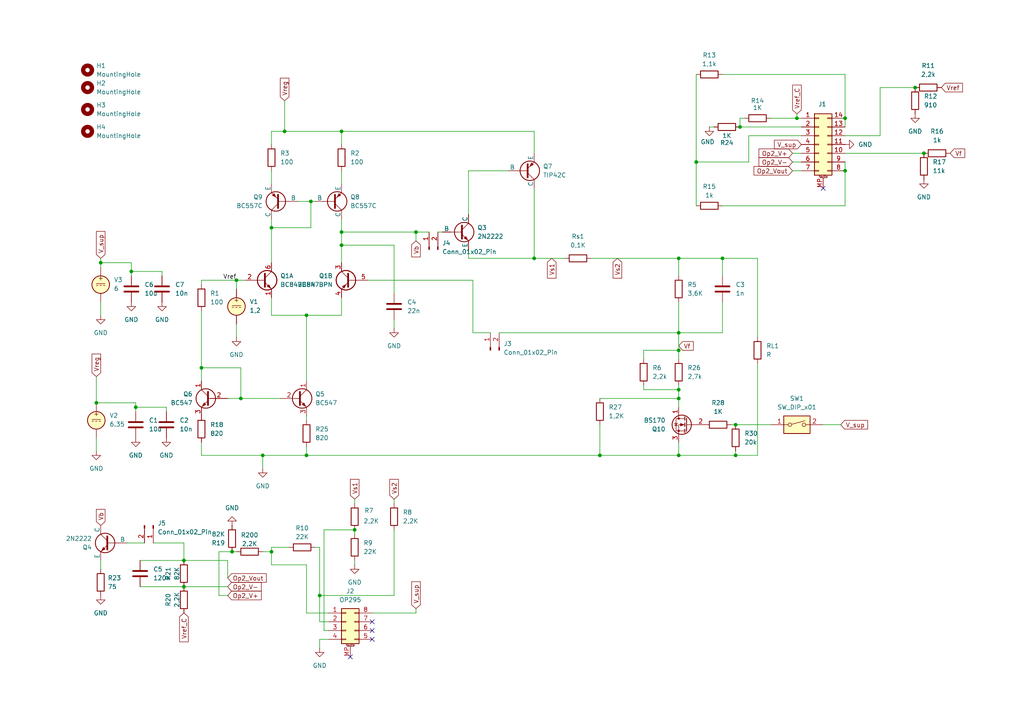
<source format=kicad_sch>
(kicad_sch (version 20231120) (generator "eeschema") (generator_version "8.0")
  (paper "A4")
  (lib_symbols
    (symbol "Connector:Conn_01x02_Pin" (pin_names (offset 1.016) hide)
      (property "Reference" "J" (at 0 2.54 0))
      (property "Value" "Conn_01x02_Pin" (at 0 -5.08 0))
      (symbol "Conn_01x02_Pin_1_1"
        (pin passive line (at 5.08 0 180) (length 3.81) (name "Pin_1") (number "1"))
        (pin passive line (at 5.08 -2.54 180) (length 3.81) (name "Pin_2") (number "2"))
      )
    )
    (symbol "Connector_Generic_MountingPin:Conn_02x04_Counter_Clockwise_MountingPin" (pin_names (offset 1.016) hide)
      (property "Reference" "J" (at 1.27 5.08 0))
      (property "Value" "Conn_02x04_Counter_Clockwise_MountingPin" (at 2.54 -7.62 0))
      (symbol "Conn_02x04_Counter_Clockwise_MountingPin_1_1"
        (text "Mounting" (at 1.27 -6.731 0) (effects (font (size 0.381 0.381))))
        (pin passive line (at -5.08 2.54 0) (length 3.81) (name "Pin_1") (number "1"))
        (pin passive line (at -5.08 0 0) (length 3.81) (name "Pin_2") (number "2"))
        (pin passive line (at -5.08 -2.54 0) (length 3.81) (name "Pin_3") (number "3"))
        (pin passive line (at -5.08 -5.08 0) (length 3.81) (name "Pin_4") (number "4"))
        (pin passive line (at 7.62 -5.08 180) (length 3.81) (name "Pin_5") (number "5"))
        (pin passive line (at 7.62 -2.54 180) (length 3.81) (name "Pin_6") (number "6"))
        (pin passive line (at 7.62 0 180) (length 3.81) (name "Pin_7") (number "7"))
        (pin passive line (at 7.62 2.54 180) (length 3.81) (name "Pin_8") (number "8"))
        (pin passive line (at 1.27 -10.16 90) (length 3.048) (name "MountPin") (number "MP"))
      )
    )
    (symbol "Connector_Generic_MountingPin:Conn_02x07_Counter_Clockwise_MountingPin" (pin_names (offset 1.016) hide)
      (property "Reference" "J" (at 1.27 10.16 0))
      (property "Value" "Conn_02x07_Counter_Clockwise_MountingPin" (at 2.54 -10.16 0))
      (symbol "Conn_02x07_Counter_Clockwise_MountingPin_1_1"
        (text "Mounting" (at 1.27 -9.271 0) (effects (font (size 0.381 0.381))))
        (pin passive line (at -5.08 7.62 0) (length 3.81) (name "Pin_1") (number "1"))
        (pin passive line (at 7.62 -2.54 180) (length 3.81) (name "Pin_10") (number "10"))
        (pin passive line (at 7.62 0 180) (length 3.81) (name "Pin_11") (number "11"))
        (pin passive line (at 7.62 2.54 180) (length 3.81) (name "Pin_12") (number "12"))
        (pin passive line (at 7.62 5.08 180) (length 3.81) (name "Pin_13") (number "13"))
        (pin passive line (at 7.62 7.62 180) (length 3.81) (name "Pin_14") (number "14"))
        (pin passive line (at -5.08 5.08 0) (length 3.81) (name "Pin_2") (number "2"))
        (pin passive line (at -5.08 2.54 0) (length 3.81) (name "Pin_3") (number "3"))
        (pin passive line (at -5.08 0 0) (length 3.81) (name "Pin_4") (number "4"))
        (pin passive line (at -5.08 -2.54 0) (length 3.81) (name "Pin_5") (number "5"))
        (pin passive line (at -5.08 -5.08 0) (length 3.81) (name "Pin_6") (number "6"))
        (pin passive line (at -5.08 -7.62 0) (length 3.81) (name "Pin_7") (number "7"))
        (pin passive line (at 7.62 -7.62 180) (length 3.81) (name "Pin_8") (number "8"))
        (pin passive line (at 7.62 -5.08 180) (length 3.81) (name "Pin_9") (number "9"))
        (pin passive line (at 1.27 -12.7 90) (length 3.048) (name "MountPin") (number "MP"))
      )
    )
    (symbol "Device:C" (pin_numbers hide) (pin_names (offset 0.254))
      (property "Reference" "C" (at 0.635 2.54 0))
      (property "Value" "C" (at 0.635 -2.54 0))
      (symbol "C_1_1"
        (pin passive line (at 0 3.81 270) (length 2.794) (name "~") (number "1"))
        (pin passive line (at 0 -3.81 90) (length 2.794) (name "~") (number "2"))
      )
    )
    (symbol "Device:R" (pin_numbers hide) (pin_names (offset 0))
      (property "Reference" "R" (at 2.032 0 90))
      (property "Value" "R" (at 0 0 90))
      (symbol "R_1_1"
        (pin passive line (at 0 3.81 270) (length 1.27) (name "~") (number "1"))
        (pin passive line (at 0 -3.81 90) (length 1.27) (name "~") (number "2"))
      )
    )
    (symbol "Mechanical:MountingHole" (pin_names (offset 1.016))
      (property "Reference" "H" (at 0 5.08 0))
      (property "Value" "MountingHole" (at 0 3.175 0))
    )
    (symbol "Simulation_SPICE:NPN" (pin_numbers hide) (pin_names (offset 0))
      (property "Reference" "Q" (at -2.54 7.62 0))
      (property "Value" "NPN" (at -2.54 5.08 0))
      (symbol "NPN_1_1"
        (pin open_collector line (at 2.54 5.08 270) (length 2.54) (name "C") (number "1"))
        (pin input line (at -5.08 0 0) (length 2.54) (name "B") (number "2"))
        (pin open_emitter line (at 2.54 -5.08 90) (length 2.54) (name "E") (number "3"))
      )
    )
    (symbol "Simulation_SPICE:PNP" (pin_numbers hide) (pin_names (offset 0))
      (property "Reference" "Q" (at -2.54 7.62 0))
      (property "Value" "PNP" (at -2.54 5.08 0))
      (symbol "PNP_1_1"
        (pin open_collector line (at 2.54 5.08 270) (length 2.54) (name "C") (number "1"))
        (pin input line (at -5.08 0 0) (length 2.54) (name "B") (number "2"))
        (pin open_emitter line (at 2.54 -5.08 90) (length 2.54) (name "E") (number "3"))
      )
    )
    (symbol "Simulation_SPICE:VDC" (pin_numbers hide) (pin_names (offset 0.0254))
      (property "Reference" "V" (at 2.54 2.54 0))
      (property "Value" "1" (at 2.54 0 0))
      (symbol "VDC_0_0"
        (text "+" (at 0 1.905 0) (effects (font (size 1.27 1.27))))
      )
      (symbol "VDC_1_1"
        (pin passive line (at 0 5.08 270) (length 2.54) (name "~") (number "1"))
        (pin passive line (at 0 -5.08 90) (length 2.54) (name "~") (number "2"))
      )
    )
    (symbol "Switch:SW_DIP_x01" (pin_names (offset 0) hide)
      (property "Reference" "SW" (at 0 3.81 0))
      (property "Value" "SW_DIP_x01" (at 0 -3.81 0))
      (symbol "SW_DIP_x01_1_1"
        (pin passive line (at -7.62 0 0) (length 5.08) (name "~") (number "1"))
        (pin passive line (at 7.62 0 180) (length 5.08) (name "~") (number "2"))
      )
    )
    (symbol "Transistor_BJT:BC547" (pin_names (offset 0) hide)
      (property "Reference" "Q" (at 5.08 1.905 0))
      (property "Value" "BC547" (at 5.08 0 0))
      (symbol "BC547_1_1"
        (pin passive line (at 2.54 5.08 270) (length 2.54) (name "C") (number "1"))
        (pin input line (at -5.08 0 0) (length 5.08) (name "B") (number "2"))
        (pin passive line (at 2.54 -5.08 90) (length 2.54) (name "E") (number "3"))
      )
    )
    (symbol "Transistor_BJT:BC847BPN" (pin_names (offset 0) hide)
      (property "Reference" "Q" (at 5.08 1.27 0))
      (property "Value" "BC847BPN" (at 5.08 -1.27 0))
      (symbol "BC847BPN_1_1"
        (pin passive line (at 2.54 -5.08 90) (length 2.54) (name "E1") (number "1"))
        (pin input line (at -5.08 0 0) (length 2.54) (name "B1") (number "2"))
        (pin passive line (at 2.54 5.08 270) (length 2.54) (name "C1") (number "6"))
      )
      (symbol "BC847BPN_2_1"
        (pin passive line (at 2.54 5.08 270) (length 2.54) (name "C2") (number "3"))
        (pin passive line (at 2.54 -5.08 90) (length 2.54) (name "E2") (number "4"))
        (pin input line (at -5.08 0 0) (length 2.54) (name "B2") (number "5"))
      )
    )
    (symbol "Transistor_FET:BS170" (pin_names hide)
      (property "Reference" "Q" (at 5.08 1.905 0))
      (property "Value" "BS170" (at 5.08 0 0))
      (symbol "BS170_1_1"
        (pin passive line (at 2.54 5.08 270) (length 2.54) (name "D") (number "1"))
        (pin input line (at -5.08 0 0) (length 2.54) (name "G") (number "2"))
        (pin passive line (at 2.54 -5.08 90) (length 2.54) (name "S") (number "3"))
      )
    )
    (symbol "power:GND" (power) (pin_numbers hide) (pin_names (offset 0) hide)
      (property "Value" "GND" (at 0 -3.81 0))
      (symbol "GND_1_1"
        (pin power_in line (at 0 0 270) (length 0) (name "~") (number "1"))
      )
    )
  )
  (junction (at 213.36 123.19))
  (junction (at 88.9 132.08))
  (junction (at 154.94 74.93))
  (junction (at 53.34 162.56))
  (junction (at 196.85 115.57))
  (junction (at 29.21 76.2))
  (junction (at 173.99 132.08))
  (junction (at 102.87 153.67))
  (junction (at 53.34 170.18))
  (junction (at 67.31 160.02))
  (junction (at 196.85 113.03))
  (junction (at 245.11 49.53))
  (junction (at 82.55 38.1))
  (junction (at 58.42 106.68))
  (junction (at 38.1 78.74))
  (junction (at 196.85 74.93))
  (junction (at 76.2 132.08))
  (junction (at 213.36 132.08))
  (junction (at 92.71 172.72))
  (junction (at 78.74 160.02))
  (junction (at 99.06 71.12))
  (junction (at 231.14 34.29))
  (junction (at 68.58 81.28))
  (junction (at 120.65 67.31))
  (junction (at 88.9 91.44))
  (junction (at 209.55 74.93))
  (junction (at 99.06 38.1))
  (junction (at 201.93 46.99))
  (junction (at 196.85 101.6))
  (junction (at 78.74 66.04))
  (junction (at 245.11 34.29))
  (junction (at 69.85 115.57))
  (junction (at 265.43 25.4))
  (junction (at 39.37 118.11))
  (junction (at 99.06 67.31))
  (junction (at 214.63 36.83))
  (junction (at 267.97 44.45))
  (junction (at 90.17 58.42))
  (junction (at 196.85 132.08))
  (junction (at 27.94 116.84))
  (junction (at 196.85 96.52))
  (no_connect (at 101.6 190.5))
  (no_connect (at 107.95 182.88))
  (no_connect (at 107.95 185.42))
  (no_connect (at 238.76 54.61))
  (no_connect (at 107.95 180.34))
  (wire (pts (xy 66.04 167.64) (xy 66.04 162.56)))
  (wire (pts (xy 29.21 165.1) (xy 29.21 162.56)))
  (wire (pts (xy 186.69 111.76) (xy 186.69 113.03)))
  (wire (pts (xy 232.41 39.37) (xy 217.17 39.37)))
  (wire (pts (xy 196.85 113.03) (xy 196.85 115.57)))
  (wire (pts (xy 99.06 38.1) (xy 154.94 38.1)))
  (wire (pts (xy 212.09 123.19) (xy 213.36 123.19)))
  (wire (pts (xy 120.65 176.53) (xy 120.65 177.8)))
  (wire (pts (xy 102.87 162.56) (xy 102.87 163.83)))
  (wire (pts (xy 137.16 81.28) (xy 137.16 96.52)))
  (wire (pts (xy 196.85 74.93) (xy 209.55 74.93)))
  (wire (pts (xy 88.9 177.8) (xy 88.9 163.83)))
  (wire (pts (xy 58.42 81.28) (xy 68.58 81.28)))
  (wire (pts (xy 186.69 104.14) (xy 186.69 101.6)))
  (wire (pts (xy 231.14 33.02) (xy 231.14 34.29)))
  (wire (pts (xy 213.36 132.08) (xy 219.71 132.08)))
  (wire (pts (xy 114.3 92.71) (xy 114.3 95.25)))
  (wire (pts (xy 38.1 76.2) (xy 38.1 78.74)))
  (wire (pts (xy 29.21 87.63) (xy 29.21 91.44)))
  (wire (pts (xy 39.37 118.11) (xy 39.37 119.38)))
  (wire (pts (xy 196.85 132.08) (xy 213.36 132.08)))
  (wire (pts (xy 201.93 21.59) (xy 201.93 46.99)))
  (wire (pts (xy 219.71 105.41) (xy 219.71 132.08)))
  (wire (pts (xy 173.99 115.57) (xy 196.85 115.57)))
  (wire (pts (xy 201.93 46.99) (xy 201.93 59.69)))
  (wire (pts (xy 88.9 110.49) (xy 88.9 91.44)))
  (wire (pts (xy 90.17 58.42) (xy 91.44 58.42)))
  (wire (pts (xy 82.55 29.21) (xy 82.55 38.1)))
  (wire (pts (xy 93.98 153.67) (xy 93.98 182.88)))
  (wire (pts (xy 69.85 115.57) (xy 69.85 106.68)))
  (wire (pts (xy 88.9 120.65) (xy 88.9 121.92)))
  (wire (pts (xy 91.44 158.75) (xy 92.71 158.75)))
  (wire (pts (xy 238.76 123.19) (xy 243.84 123.19)))
  (wire (pts (xy 66.04 162.56) (xy 53.34 162.56)))
  (wire (pts (xy 120.65 177.8) (xy 107.95 177.8)))
  (wire (pts (xy 76.2 132.08) (xy 88.9 132.08)))
  (wire (pts (xy 44.45 157.48) (xy 53.34 157.48)))
  (wire (pts (xy 95.25 177.8) (xy 88.9 177.8)))
  (wire (pts (xy 154.94 44.45) (xy 154.94 38.1)))
  (wire (pts (xy 27.94 116.84) (xy 39.37 116.84)))
  (wire (pts (xy 209.55 59.69) (xy 245.11 59.69)))
  (wire (pts (xy 46.99 78.74) (xy 46.99 80.01)))
  (wire (pts (xy 58.42 106.68) (xy 58.42 110.49)))
  (wire (pts (xy 196.85 115.57) (xy 196.85 118.11)))
  (wire (pts (xy 245.11 39.37) (xy 255.27 39.37)))
  (wire (pts (xy 173.99 123.19) (xy 173.99 132.08)))
  (wire (pts (xy 245.11 46.99) (xy 245.11 49.53)))
  (wire (pts (xy 92.71 187.96) (xy 92.71 185.42)))
  (wire (pts (xy 40.64 162.56) (xy 53.34 162.56)))
  (wire (pts (xy 67.31 160.02) (xy 68.58 160.02)))
  (wire (pts (xy 82.55 38.1) (xy 99.06 38.1)))
  (wire (pts (xy 29.21 76.2) (xy 29.21 77.47)))
  (wire (pts (xy 201.93 46.99) (xy 217.17 46.99)))
  (wire (pts (xy 29.21 74.93) (xy 29.21 76.2)))
  (wire (pts (xy 196.85 128.27) (xy 196.85 132.08)))
  (wire (pts (xy 171.45 74.93) (xy 196.85 74.93)))
  (wire (pts (xy 93.98 182.88) (xy 95.25 182.88)))
  (wire (pts (xy 231.14 34.29) (xy 232.41 34.29)))
  (wire (pts (xy 209.55 96.52) (xy 196.85 96.52)))
  (wire (pts (xy 78.74 86.36) (xy 78.74 91.44)))
  (wire (pts (xy 92.71 185.42) (xy 95.25 185.42)))
  (wire (pts (xy 78.74 160.02) (xy 78.74 163.83)))
  (wire (pts (xy 205.74 36.83) (xy 207.01 36.83)))
  (wire (pts (xy 102.87 153.67) (xy 102.87 154.94)))
  (wire (pts (xy 58.42 82.55) (xy 58.42 81.28)))
  (wire (pts (xy 106.68 81.28) (xy 137.16 81.28)))
  (wire (pts (xy 209.55 74.93) (xy 209.55 80.01)))
  (wire (pts (xy 186.69 113.03) (xy 196.85 113.03)))
  (wire (pts (xy 196.85 87.63) (xy 196.85 96.52)))
  (wire (pts (xy 68.58 93.98) (xy 68.58 97.79)))
  (wire (pts (xy 95.25 180.34) (xy 92.71 180.34)))
  (wire (pts (xy 135.89 72.39) (xy 135.89 74.93)))
  (wire (pts (xy 196.85 111.76) (xy 196.85 113.03)))
  (wire (pts (xy 39.37 118.11) (xy 48.26 118.11)))
  (wire (pts (xy 229.87 49.53) (xy 232.41 49.53)))
  (wire (pts (xy 223.52 34.29) (xy 231.14 34.29)))
  (wire (pts (xy 27.94 109.22) (xy 27.94 116.84)))
  (wire (pts (xy 78.74 63.5) (xy 78.74 66.04)))
  (wire (pts (xy 219.71 74.93) (xy 219.71 97.79)))
  (wire (pts (xy 27.94 127) (xy 27.94 130.81)))
  (wire (pts (xy 88.9 132.08) (xy 173.99 132.08)))
  (wire (pts (xy 58.42 132.08) (xy 76.2 132.08)))
  (wire (pts (xy 245.11 59.69) (xy 245.11 49.53)))
  (wire (pts (xy 92.71 158.75) (xy 92.71 172.72)))
  (wire (pts (xy 99.06 67.31) (xy 99.06 71.12)))
  (wire (pts (xy 114.3 144.78) (xy 114.3 146.05)))
  (wire (pts (xy 93.98 153.67) (xy 102.87 153.67)))
  (wire (pts (xy 245.11 44.45) (xy 267.97 44.45)))
  (wire (pts (xy 135.89 49.53) (xy 135.89 62.23)))
  (wire (pts (xy 78.74 160.02) (xy 78.74 158.75)))
  (wire (pts (xy 68.58 83.82) (xy 68.58 81.28)))
  (wire (pts (xy 63.5 172.72) (xy 66.04 172.72)))
  (wire (pts (xy 196.85 96.52) (xy 196.85 101.6)))
  (wire (pts (xy 63.5 160.02) (xy 63.5 172.72)))
  (wire (pts (xy 29.21 76.2) (xy 38.1 76.2)))
  (wire (pts (xy 214.63 34.29) (xy 214.63 36.83)))
  (wire (pts (xy 114.3 172.72) (xy 92.71 172.72)))
  (wire (pts (xy 229.87 44.45) (xy 232.41 44.45)))
  (wire (pts (xy 196.85 101.6) (xy 196.85 104.14)))
  (wire (pts (xy 58.42 90.17) (xy 58.42 106.68)))
  (wire (pts (xy 66.04 115.57) (xy 69.85 115.57)))
  (wire (pts (xy 69.85 115.57) (xy 81.28 115.57)))
  (wire (pts (xy 217.17 39.37) (xy 217.17 46.99)))
  (wire (pts (xy 127 67.31) (xy 128.27 67.31)))
  (wire (pts (xy 144.78 96.52) (xy 196.85 96.52)))
  (wire (pts (xy 114.3 71.12) (xy 99.06 71.12)))
  (wire (pts (xy 99.06 91.44) (xy 99.06 86.36)))
  (wire (pts (xy 173.99 132.08) (xy 196.85 132.08)))
  (wire (pts (xy 53.34 170.18) (xy 66.04 170.18)))
  (wire (pts (xy 135.89 74.93) (xy 154.94 74.93)))
  (wire (pts (xy 120.65 67.31) (xy 124.46 67.31)))
  (wire (pts (xy 78.74 66.04) (xy 78.74 76.2)))
  (wire (pts (xy 90.17 66.04) (xy 78.74 66.04)))
  (wire (pts (xy 154.94 54.61) (xy 154.94 74.93)))
  (wire (pts (xy 78.74 49.53) (xy 78.74 53.34)))
  (wire (pts (xy 99.06 49.53) (xy 99.06 53.34)))
  (wire (pts (xy 102.87 144.78) (xy 102.87 146.05)))
  (wire (pts (xy 209.55 21.59) (xy 245.11 21.59)))
  (wire (pts (xy 114.3 85.09) (xy 114.3 71.12)))
  (wire (pts (xy 88.9 129.54) (xy 88.9 132.08)))
  (wire (pts (xy 38.1 78.74) (xy 38.1 80.01)))
  (wire (pts (xy 78.74 38.1) (xy 82.55 38.1)))
  (wire (pts (xy 255.27 25.4) (xy 265.43 25.4)))
  (wire (pts (xy 68.58 81.28) (xy 71.12 81.28)))
  (wire (pts (xy 39.37 116.84) (xy 39.37 118.11)))
  (wire (pts (xy 229.87 46.99) (xy 232.41 46.99)))
  (wire (pts (xy 114.3 153.67) (xy 114.3 172.72)))
  (wire (pts (xy 209.55 74.93) (xy 219.71 74.93)))
  (wire (pts (xy 36.83 157.48) (xy 41.91 157.48)))
  (wire (pts (xy 40.64 170.18) (xy 53.34 170.18)))
  (wire (pts (xy 213.36 130.81) (xy 213.36 132.08)))
  (wire (pts (xy 137.16 96.52) (xy 142.24 96.52)))
  (wire (pts (xy 120.65 67.31) (xy 120.65 69.85)))
  (wire (pts (xy 154.94 74.93) (xy 163.83 74.93)))
  (wire (pts (xy 48.26 118.11) (xy 48.26 119.38)))
  (wire (pts (xy 78.74 91.44) (xy 88.9 91.44)))
  (wire (pts (xy 76.2 132.08) (xy 76.2 135.89)))
  (wire (pts (xy 63.5 160.02) (xy 67.31 160.02)))
  (wire (pts (xy 88.9 91.44) (xy 99.06 91.44)))
  (wire (pts (xy 255.27 39.37) (xy 255.27 25.4)))
  (wire (pts (xy 90.17 58.42) (xy 90.17 66.04)))
  (wire (pts (xy 92.71 172.72) (xy 92.71 180.34)))
  (wire (pts (xy 53.34 162.56) (xy 53.34 157.48)))
  (wire (pts (xy 245.11 21.59) (xy 245.11 34.29)))
  (wire (pts (xy 78.74 158.75) (xy 83.82 158.75)))
  (wire (pts (xy 99.06 63.5) (xy 99.06 67.31)))
  (wire (pts (xy 78.74 163.83) (xy 88.9 163.83)))
  (wire (pts (xy 135.89 49.53) (xy 147.32 49.53)))
  (wire (pts (xy 215.9 34.29) (xy 214.63 34.29)))
  (wire (pts (xy 245.11 34.29) (xy 245.11 36.83)))
  (wire (pts (xy 99.06 38.1) (xy 99.06 41.91)))
  (wire (pts (xy 78.74 41.91) (xy 78.74 38.1)))
  (wire (pts (xy 99.06 71.12) (xy 99.06 76.2)))
  (wire (pts (xy 58.42 106.68) (xy 69.85 106.68)))
  (wire (pts (xy 209.55 87.63) (xy 209.55 96.52)))
  (wire (pts (xy 196.85 74.93) (xy 196.85 80.01)))
  (wire (pts (xy 76.2 160.02) (xy 78.74 160.02)))
  (wire (pts (xy 213.36 123.19) (xy 223.52 123.19)))
  (wire (pts (xy 86.36 58.42) (xy 90.17 58.42)))
  (wire (pts (xy 58.42 128.27) (xy 58.42 132.08)))
  (wire (pts (xy 99.06 67.31) (xy 120.65 67.31)))
  (wire (pts (xy 214.63 36.83) (xy 232.41 36.83)))
  (wire (pts (xy 38.1 78.74) (xy 46.99 78.74)))
  (wire (pts (xy 186.69 101.6) (xy 196.85 101.6)))
  (label "Vref" (at 68.58 81.28 180))
  (global_label "Op2_V-" (shape input) (at 229.87 46.99 180) (property "Intersheetrefs" "${INTERSHEET_REFS}" (effects (hide yes))))
  (global_label "Vs1" (shape input) (at 102.87 144.78 90) (property "Intersheetrefs" "${INTERSHEET_REFS}" (effects (hide yes))))
  (global_label "V_sup" (shape input) (at 232.41 41.91 180) (property "Intersheetrefs" "${INTERSHEET_REFS}" (effects (hide yes))))
  (global_label "Vf" (shape input) (at 196.85 100.33 0) (property "Intersheetrefs" "${INTERSHEET_REFS}" (effects (hide yes))))
  (global_label "Vs2" (shape input) (at 179.07 74.93 270) (property "Intersheetrefs" "${INTERSHEET_REFS}" (effects (hide yes))))
  (global_label "Vreg" (shape input) (at 27.94 109.22 90) (property "Intersheetrefs" "${INTERSHEET_REFS}" (effects (hide yes))))
  (global_label "Vs1" (shape input) (at 160.02 74.93 270) (property "Intersheetrefs" "${INTERSHEET_REFS}" (effects (hide yes))))
  (global_label "Vs2" (shape input) (at 114.3 144.78 90) (property "Intersheetrefs" "${INTERSHEET_REFS}" (effects (hide yes))))
  (global_label "Vref_C" (shape input) (at 53.34 177.8 270) (property "Intersheetrefs" "${INTERSHEET_REFS}" (effects (hide yes))))
  (global_label "Op2_Vout" (shape input) (at 66.04 167.64 0) (property "Intersheetrefs" "${INTERSHEET_REFS}" (effects (hide yes))))
  (global_label "V_sup" (shape input) (at 120.65 176.53 90) (property "Intersheetrefs" "${INTERSHEET_REFS}" (effects (hide yes))))
  (global_label "V_sup" (shape input) (at 243.84 123.19 0) (property "Intersheetrefs" "${INTERSHEET_REFS}" (effects (hide yes))))
  (global_label "Vb" (shape input) (at 29.21 152.4 90) (property "Intersheetrefs" "${INTERSHEET_REFS}" (effects (hide yes))))
  (global_label "Op2_V-" (shape input) (at 66.04 170.18 0) (property "Intersheetrefs" "${INTERSHEET_REFS}" (effects (hide yes))))
  (global_label "Op2_Vout" (shape input) (at 229.87 49.53 180) (property "Intersheetrefs" "${INTERSHEET_REFS}" (effects (hide yes))))
  (global_label "V_sup" (shape input) (at 29.21 74.93 90) (property "Intersheetrefs" "${INTERSHEET_REFS}" (effects (hide yes))))
  (global_label "Vref" (shape input) (at 273.05 25.4 0) (property "Intersheetrefs" "${INTERSHEET_REFS}" (effects (hide yes))))
  (global_label "Vreg" (shape input) (at 82.55 29.21 90) (property "Intersheetrefs" "${INTERSHEET_REFS}" (effects (hide yes))))
  (global_label "Vf" (shape input) (at 275.59 44.45 0) (property "Intersheetrefs" "${INTERSHEET_REFS}" (effects (hide yes))))
  (global_label "Op2_V+" (shape input) (at 66.04 172.72 0) (property "Intersheetrefs" "${INTERSHEET_REFS}" (effects (hide yes))))
  (global_label "Vref_C" (shape input) (at 231.14 33.02 90) (property "Intersheetrefs" "${INTERSHEET_REFS}" (effects (hide yes))))
  (global_label "Op2_V+" (shape input) (at 229.87 44.45 180) (property "Intersheetrefs" "${INTERSHEET_REFS}" (effects (hide yes))))
  (global_label "Vb" (shape input) (at 120.65 69.85 270) (property "Intersheetrefs" "${INTERSHEET_REFS}" (effects (hide yes))))
  (symbol (lib_id "Device:R") (at 271.78 44.45 270) (unit 1)
    (property "Reference" "R16" (at 271.78 38.1 90))
    (property "Value" "1k" (at 271.78 40.64 90))
    (property "Footprint" "Resistor_THT:R_Axial_DIN0204_L3.6mm_D1.6mm_P7.62mm_Horizontal" (effects (hide yes)))
    (property "Description" "Resistor" (effects (hide yes)))
  )
  (symbol (lib_id "Device:R") (at 219.71 101.6 180) (unit 1)
    (property "Reference" "RL1" (at 222.25 100.3299 0) (effects (justify right)))
    (property "Value" "R" (at 222.25 102.8699 0) (effects (justify right)))
    (property "Footprint" "TerminalBlock_Phoenix:TerminalBlock_Phoenix_MKDS-3-2-5.08_1x02_P5.08mm_Horizontal" (effects (hide yes)))
    (property "Description" "Resistor" (effects (hide yes)))
  )
  (symbol (lib_id "Device:R") (at 173.99 119.38 180) (unit 1)
    (property "Reference" "R27" (at 176.53 118.1099 0) (effects (justify right)))
    (property "Value" "1,2K" (at 176.53 120.6499 0) (effects (justify right)))
    (property "Footprint" "Resistor_THT:R_Axial_DIN0204_L3.6mm_D1.6mm_P7.62mm_Horizontal" (effects (hide yes)))
    (property "Description" "Resistor" (effects (hide yes)))
  )
  (symbol (lib_id "Device:R") (at 267.97 48.26 180) (unit 1)
    (property "Reference" "R17" (at 270.51 46.9899 0) (effects (justify right)))
    (property "Value" "11k" (at 270.51 49.5299 0) (effects (justify right)))
    (property "Footprint" "Resistor_THT:R_Axial_DIN0204_L3.6mm_D1.6mm_P7.62mm_Horizontal" (effects (hide yes)))
    (property "Description" "Resistor" (effects (hide yes)))
  )
  (symbol (lib_id "Device:R") (at 99.06 45.72 0) (unit 1)
    (property "Reference" "R2" (at 101.6 44.4499 0) (effects (justify left)))
    (property "Value" "100" (at 101.6 46.9899 0) (effects (justify left)))
    (property "Footprint" "Resistor_THT:R_Axial_DIN0204_L3.6mm_D1.6mm_P7.62mm_Horizontal" (effects (hide yes)))
    (property "Description" "Resistor" (effects (hide yes)))
  )
  (symbol (lib_id "Connector_Generic_MountingPin:Conn_02x04_Counter_Clockwise_MountingPin") (at 100.33 180.34 0) (unit 1)
    (property "Reference" "J2" (at 101.6 171.45 0))
    (property "Value" "OP295" (at 101.6 173.99 0))
    (property "Footprint" "Package_DIP:DIP-8_W7.62mm" (effects (hide yes)))
    (property "Description" "Generic connectable mounting pin connector, double row, 02x04, counter clockwise pin numbering scheme (similar to DIP package numbering), script generated (kicad-library-utils/schlib/autogen/connector/)" (effects (hide yes)))
  )
  (symbol (lib_id "power:GND") (at 29.21 91.44 0) (unit 1) (on_board no)
    (property "Reference" "#PWR06" (effects (hide yes)))
    (property "Value" "GND" (at 29.21 96.52 0))
    (property "Description" "Power symbol creates a global label with name \"GND\" , ground" (effects (hide yes)))
  )
  (symbol (lib_id "power:GND") (at 48.26 127 0) (unit 1) (on_board no)
    (property "Reference" "#PWR015" (effects (hide yes)))
    (property "Value" "GND" (at 48.26 132.08 0))
    (property "Description" "Power symbol creates a global label with name \"GND\" , ground" (effects (hide yes)))
  )
  (symbol (lib_id "power:GND") (at 46.99 87.63 0) (unit 1) (on_board no)
    (property "Reference" "#PWR017" (effects (hide yes)))
    (property "Value" "GND" (at 46.99 92.71 0))
    (property "Description" "Power symbol creates a global label with name \"GND\" , ground" (effects (hide yes)))
  )
  (symbol (lib_id "Device:R") (at 53.34 166.37 180) (unit 1)
    (property "Reference" "R21" (at 48.768 166.37 90))
    (property "Value" "82K" (at 51.308 166.37 90))
    (property "Footprint" "Resistor_THT:R_Axial_DIN0204_L3.6mm_D1.6mm_P7.62mm_Horizontal" (effects (hide yes)))
    (property "Description" "Resistor" (effects (hide yes)))
  )
  (symbol (lib_id "power:GND") (at 38.1 87.63 0) (unit 1) (on_board no)
    (property "Reference" "#PWR016" (effects (hide yes)))
    (property "Value" "GND" (at 38.1 92.71 0))
    (property "Description" "Power symbol creates a global label with name \"GND\" , ground" (effects (hide yes)))
  )
  (symbol (lib_id "Device:R") (at 186.69 107.95 180) (unit 1)
    (property "Reference" "R6" (at 189.23 106.6799 0) (effects (justify right)))
    (property "Value" "2,2k" (at 189.23 109.2199 0) (effects (justify right)))
    (property "Footprint" "Resistor_THT:R_Axial_DIN0204_L3.6mm_D1.6mm_P7.62mm_Horizontal" (effects (hide yes)))
    (property "Description" "Resistor" (effects (hide yes)))
  )
  (symbol (lib_id "Mechanical:MountingHole") (at 25.4 20.32 0) (unit 1)
    (property "Reference" "H1" (at 27.94 19.05 0) (effects (justify left)))
    (property "Value" "MountingHole" (at 27.94 21.59 0) (effects (justify left)))
    (property "Footprint" "MountingHole:MountingHole_2.7mm_M2.5" (effects (hide yes)))
  )
  (symbol (lib_id "Device:C") (at 114.3 88.9 0) (unit 1)
    (property "Reference" "C4" (at 118.11 87.6299 0) (effects (justify left)))
    (property "Value" "22n" (at 118.11 90.1699 0) (effects (justify left)))
    (property "Footprint" "Capacitor_THT:C_Disc_D5.0mm_W2.5mm_P5.00mm" (effects (hide yes)))
    (property "Description" "Unpolarized capacitor" (effects (hide yes)))
  )
  (symbol (lib_id "Device:R") (at 269.24 25.4 270) (unit 1)
    (property "Reference" "R11" (at 269.24 19.05 90))
    (property "Value" "2,2k" (at 269.24 21.59 90))
    (property "Footprint" "Resistor_THT:R_Axial_DIN0204_L3.6mm_D1.6mm_P7.62mm_Horizontal" (effects (hide yes)))
    (property "Description" "Resistor" (effects (hide yes)))
  )
  (symbol (lib_id "Device:R") (at 78.74 45.72 0) (unit 1)
    (property "Reference" "R3" (at 81.28 44.4499 0) (effects (justify left)))
    (property "Value" "100" (at 81.28 46.9899 0) (effects (justify left)))
    (property "Footprint" "Resistor_THT:R_Axial_DIN0204_L3.6mm_D1.6mm_P7.62mm_Horizontal" (effects (hide yes)))
    (property "Description" "Resistor" (effects (hide yes)))
  )
  (symbol (lib_id "Device:R") (at 196.85 83.82 180) (unit 1)
    (property "Reference" "R5" (at 199.39 82.5499 0) (effects (justify right)))
    (property "Value" "3,6K" (at 199.39 85.0899 0) (effects (justify right)))
    (property "Footprint" "Resistor_THT:R_Axial_DIN0204_L3.6mm_D1.6mm_P7.62mm_Horizontal" (effects (hide yes)))
    (property "Description" "Resistor" (effects (hide yes)))
  )
  (symbol (lib_id "Device:R") (at 67.31 156.21 0) (unit 1)
    (property "Reference" "R19" (at 65.278 157.48 0) (effects (justify right)))
    (property "Value" "82K" (at 65.278 154.94 0) (effects (justify right)))
    (property "Footprint" "Resistor_THT:R_Axial_DIN0204_L3.6mm_D1.6mm_P7.62mm_Horizontal" (effects (hide yes)))
    (property "Description" "Resistor" (effects (hide yes)))
  )
  (symbol (lib_id "Device:R") (at 29.21 168.91 180) (unit 1)
    (property "Reference" "R23" (at 31.242 167.64 0) (effects (justify right)))
    (property "Value" "75" (at 31.242 170.18 0) (effects (justify right)))
    (property "Footprint" "Resistor_THT:R_Axial_DIN0204_L3.6mm_D1.6mm_P7.62mm_Horizontal" (effects (hide yes)))
    (property "Description" "Resistor" (effects (hide yes)))
  )
  (symbol (lib_id "power:GND") (at 205.74 36.83 0) (unit 1)
    (property "Reference" "#PWR08" (effects (hide yes)))
    (property "Value" "GND" (at 205.232 41.148 0))
    (property "Description" "Power symbol creates a global label with name \"GND\" , ground" (effects (hide yes)))
  )
  (symbol (lib_id "Device:R") (at 210.82 36.83 90) (unit 1)
    (property "Reference" "R24" (at 210.82 41.402 90))
    (property "Value" "1K" (at 210.82 39.37 90))
    (property "Footprint" "Resistor_THT:R_Axial_DIN0204_L3.6mm_D1.6mm_P7.62mm_Horizontal" (effects (hide yes)))
    (property "Description" "Resistor" (effects (hide yes)))
  )
  (symbol (lib_id "Device:R") (at 208.28 123.19 270) (unit 1)
    (property "Reference" "R28" (at 208.28 116.84 90))
    (property "Value" "1K" (at 208.28 119.38 90))
    (property "Footprint" "Resistor_THT:R_Axial_DIN0204_L3.6mm_D1.6mm_P7.62mm_Horizontal" (effects (hide yes)))
    (property "Description" "Resistor" (effects (hide yes)))
  )
  (symbol (lib_id "power:GND") (at 267.97 52.07 0) (unit 1)
    (property "Reference" "#PWR012" (effects (hide yes)))
    (property "Value" "GND" (at 267.97 57.15 0))
    (property "Description" "Power symbol creates a global label with name \"GND\" , ground" (effects (hide yes)))
  )
  (symbol (lib_id "Connector_Generic_MountingPin:Conn_02x07_Counter_Clockwise_MountingPin") (at 237.49 41.91 0) (unit 1)
    (property "Reference" "J1" (at 238.506 30.226 0))
    (property "Value" "Conn_02x07_Counter_Clockwise_MountingPin" (effects (hide yes)))
    (property "Footprint" "Package_DIP:DIP-14_W7.62mm" (effects (hide yes)))
    (property "Description" "Generic connectable mounting pin connector, double row, 02x07, counter clockwise pin numbering scheme (similar to DIP package numbering), script generated (kicad-library-utils/schlib/autogen/connector/)" (effects (hide yes)))
  )
  (symbol (lib_id "Device:C") (at 40.64 166.37 0) (unit 1)
    (property "Reference" "C5" (at 44.45 165.0999 0) (effects (justify left)))
    (property "Value" "120n" (at 44.45 167.6399 0) (effects (justify left)))
    (property "Footprint" "Capacitor_THT:C_Disc_D5.0mm_W2.5mm_P5.00mm" (effects (hide yes)))
    (property "Description" "Unpolarized capacitor" (effects (hide yes)))
  )
  (symbol (lib_id "power:GND") (at 265.43 33.02 0) (unit 1)
    (property "Reference" "#PWR011" (effects (hide yes)))
    (property "Value" "GND" (at 265.43 38.1 0))
    (property "Description" "Power symbol creates a global label with name \"GND\" , ground" (effects (hide yes)))
  )
  (symbol (lib_id "Device:R") (at 196.85 107.95 180) (unit 1)
    (property "Reference" "R26" (at 199.39 106.6799 0) (effects (justify right)))
    (property "Value" "2,7k" (at 199.39 109.2199 0) (effects (justify right)))
    (property "Footprint" "Resistor_THT:R_Axial_DIN0204_L3.6mm_D1.6mm_P7.62mm_Horizontal" (effects (hide yes)))
    (property "Description" "Resistor" (effects (hide yes)))
  )
  (symbol (lib_id "Device:R") (at 58.42 124.46 0) (unit 1)
    (property "Reference" "R18" (at 60.96 123.1899 0) (effects (justify left)))
    (property "Value" "820" (at 60.96 125.7299 0) (effects (justify left)))
    (property "Footprint" "Resistor_THT:R_Axial_DIN0204_L3.6mm_D1.6mm_P7.62mm_Horizontal" (effects (hide yes)))
    (property "Description" "Resistor" (effects (hide yes)))
  )
  (symbol (lib_id "Switch:SW_DIP_x01") (at 231.14 123.19 0) (unit 1)
    (property "Reference" "SW1" (at 231.14 115.57 0))
    (property "Value" "SW_DIP_x01" (at 231.14 118.11 0))
    (property "Footprint" "Connector_Molex:Molex_KK-254_AE-6410-02A_1x02_P2.54mm_Vertical" (effects (hide yes)))
  )
  (symbol (lib_id "power:GND") (at 76.2 135.89 0) (unit 1) (on_board no)
    (property "Reference" "#PWR04" (effects (hide yes)))
    (property "Value" "GND" (at 76.2 140.97 0))
    (property "Description" "Power symbol creates a global label with name \"GND\" , ground" (effects (hide yes)))
  )
  (symbol (lib_id "Device:R") (at 53.34 173.99 180) (unit 1)
    (property "Reference" "R20" (at 48.768 173.99 90))
    (property "Value" "2,2K" (at 51.308 173.99 90))
    (property "Footprint" "Resistor_THT:R_Axial_DIN0204_L3.6mm_D1.6mm_P7.62mm_Horizontal" (effects (hide yes)))
    (property "Description" "Resistor" (effects (hide yes)))
  )
  (symbol (lib_id "Device:C") (at 48.26 123.19 0) (unit 1)
    (property "Reference" "C2" (at 52.07 121.9199 0) (effects (justify left)))
    (property "Value" "10n" (at 52.07 124.4599 0) (effects (justify left)))
    (property "Footprint" "Capacitor_THT:C_Disc_D5.0mm_W2.5mm_P5.00mm" (effects (hide yes)))
    (property "Description" "Unpolarized capacitor" (effects (hide yes)))
  )
  (symbol (lib_id "power:GND") (at 39.37 127 0) (unit 1) (on_board no)
    (property "Reference" "#PWR014" (effects (hide yes)))
    (property "Value" "GND" (at 39.37 132.08 0))
    (property "Description" "Power symbol creates a global label with name \"GND\" , ground" (effects (hide yes)))
  )
  (symbol (lib_id "Transistor_BJT:BC847BPN") (at 101.6 81.28 0) (mirror y) (unit 2)
    (property "Reference" "Q1" (at 96.52 80.0099 0) (effects (justify left)))
    (property "Value" "BC847BPN" (at 96.52 82.5499 0) (effects (justify left)))
    (property "Footprint" "Package_TO_SOT_SMD:SOT-363_SC-70-6" (effects (hide yes)))
    (property "Datasheet" "https://assets.nexperia.com/documents/data-sheet/BC847BPN.pdf" (effects (hide yes)))
    (property "Description" "100mA IC, 45V Vce, Dual NPN/PNP Transistors, SOT-363" (effects (hide yes)))
  )
  (symbol (lib_id "Simulation_SPICE:PNP") (at 152.4 49.53 0) (mirror x) (unit 1)
    (property "Reference" "Q7" (at 157.48 48.2599 0) (effects (justify left)))
    (property "Value" "TIP42C" (at 157.48 50.7999 0) (effects (justify left)))
    (property "Footprint" "Package_TO_SOT_THT:TO-220-3_Vertical" (effects (hide yes)))
    (property "Datasheet" "https://ngspice.sourceforge.io/docs/ngspice-html-manual/manual.xhtml#cha_BJTs" (effects (hide yes)))
    (property "Description" "Bipolar transistor symbol for simulation only, substrate tied to the emitter" (effects (hide yes)))
    (property "Sim.Device" "PNP" (effects (hide yes)))
    (property "Sim.Type" "GUMMELPOON" (effects (hide yes)))
    (property "Sim.Pins" "1=C 2=B 3=E" (effects (hide yes)))
  )
  (symbol (lib_id "power:GND") (at 29.21 172.72 0) (unit 1) (on_board no)
    (property "Reference" "#PWR01" (effects (hide yes)))
    (property "Value" "GND" (at 29.21 177.8 0))
    (property "Description" "Power symbol creates a global label with name \"GND\" , ground" (effects (hide yes)))
  )
  (symbol (lib_id "Device:R") (at 102.87 158.75 180) (unit 1)
    (property "Reference" "R9" (at 105.41 157.4799 0) (effects (justify right)))
    (property "Value" "22K" (at 105.41 160.0199 0) (effects (justify right)))
    (property "Footprint" "Resistor_THT:R_Axial_DIN0204_L3.6mm_D1.6mm_P7.62mm_Horizontal" (effects (hide yes)))
    (property "Description" "Resistor" (effects (hide yes)))
  )
  (symbol (lib_id "Simulation_SPICE:PNP") (at 81.28 58.42 180) (unit 1)
    (property "Reference" "Q9" (at 76.2 57.1499 0) (effects (justify left)))
    (property "Value" "BC557C" (at 76.2 59.6899 0) (effects (justify left)))
    (property "Footprint" "Package_TO_SOT_THT:TO-92" (effects (hide yes)))
    (property "Datasheet" "https://ngspice.sourceforge.io/docs/ngspice-html-manual/manual.xhtml#cha_BJTs" (effects (hide yes)))
    (property "Description" "Bipolar transistor symbol for simulation only, substrate tied to the emitter" (effects (hide yes)))
    (property "Sim.Device" "PNP" (effects (hide yes)))
    (property "Sim.Type" "GUMMELPOON" (effects (hide yes)))
    (property "Sim.Pins" "1=C 2=B 3=E" (effects (hide yes)))
  )
  (symbol (lib_id "Transistor_BJT:BC847BPN") (at 76.2 81.28 0) (unit 1)
    (property "Reference" "Q1" (at 81.28 80.0099 0) (effects (justify left)))
    (property "Value" "BC847BPN" (at 81.28 82.5499 0) (effects (justify left)))
    (property "Footprint" "Package_TO_SOT_SMD:SOT-363_SC-70-6" (effects (hide yes)))
    (property "Datasheet" "https://assets.nexperia.com/documents/data-sheet/BC847BPN.pdf" (effects (hide yes)))
    (property "Description" "100mA IC, 45V Vce, Dual NPN/PNP Transistors, SOT-363" (effects (hide yes)))
  )
  (symbol (lib_id "Device:R") (at 205.74 59.69 270) (unit 1)
    (property "Reference" "R15" (at 205.74 54.102 90))
    (property "Value" "1k" (at 205.74 56.642 90))
    (property "Footprint" "Resistor_THT:R_Axial_DIN0204_L3.6mm_D1.6mm_P7.62mm_Horizontal" (effects (hide yes)))
    (property "Description" "Resistor" (effects (hide yes)))
  )
  (symbol (lib_id "Device:R") (at 88.9 125.73 0) (unit 1)
    (property "Reference" "R25" (at 91.44 124.4599 0) (effects (justify left)))
    (property "Value" "820" (at 91.44 126.9999 0) (effects (justify left)))
    (property "Footprint" "Resistor_THT:R_Axial_DIN0204_L3.6mm_D1.6mm_P7.62mm_Horizontal" (effects (hide yes)))
    (property "Description" "Resistor" (effects (hide yes)))
  )
  (symbol (lib_id "Device:C") (at 209.55 83.82 0) (unit 1)
    (property "Reference" "C3" (at 213.36 82.5499 0) (effects (justify left)))
    (property "Value" "1n" (at 213.36 85.0899 0) (effects (justify left)))
    (property "Footprint" "Capacitor_THT:C_Disc_D5.0mm_W2.5mm_P5.00mm" (effects (hide yes)))
    (property "Description" "Unpolarized capacitor" (effects (hide yes)))
  )
  (symbol (lib_id "power:GND") (at 92.71 187.96 0) (unit 1) (on_board no)
    (property "Reference" "#PWR09" (effects (hide yes)))
    (property "Value" "GND" (at 92.71 193.04 0))
    (property "Description" "Power symbol creates a global label with name \"GND\" , ground" (effects (hide yes)))
  )
  (symbol (lib_id "Device:R") (at 102.87 149.86 180) (unit 1)
    (property "Reference" "R7" (at 105.664 148.082 0) (effects (justify right)))
    (property "Value" "2,2K" (at 105.41 151.1299 0) (effects (justify right)))
    (property "Footprint" "Resistor_THT:R_Axial_DIN0204_L3.6mm_D1.6mm_P7.62mm_Horizontal" (effects (hide yes)))
    (property "Description" "Resistor" (effects (hide yes)))
  )
  (symbol (lib_id "Connector:Conn_01x02_Pin") (at 44.45 152.4 270) (unit 1)
    (property "Reference" "J5" (at 45.72 151.7649 90) (effects (justify left)))
    (property "Value" "Conn_01x02_Pin" (at 45.72 154.3049 90) (effects (justify left)))
    (property "Footprint" "Connector_PinHeader_2.54mm:PinHeader_1x02_P2.54mm_Vertical" (effects (hide yes)))
    (property "Description" "Generic connector, single row, 01x02, script generated" (effects (hide yes)))
  )
  (symbol (lib_id "Device:R") (at 205.74 21.59 270) (unit 1)
    (property "Reference" "R13" (at 205.74 16.002 90))
    (property "Value" "1,1k" (at 205.74 18.542 90))
    (property "Footprint" "Resistor_THT:R_Axial_DIN0204_L3.6mm_D1.6mm_P7.62mm_Horizontal" (effects (hide yes)))
    (property "Description" "Resistor" (effects (hide yes)))
  )
  (symbol (lib_id "Transistor_BJT:BC547") (at 60.96 115.57 0) (mirror y) (unit 1)
    (property "Reference" "Q6" (at 55.88 114.2999 0) (effects (justify left)))
    (property "Value" "BC547" (at 55.88 116.8399 0) (effects (justify left)))
    (property "Footprint" "Package_TO_SOT_THT:TO-92_Inline" (effects (hide yes)))
    (property "Datasheet" "https://www.onsemi.com/pub/Collateral/BC550-D.pdf" (effects (hide yes)))
    (property "Description" "0.1A Ic, 45V Vce, Small Signal NPN Transistor, TO-92" (effects (hide yes)))
  )
  (symbol (lib_id "Device:R") (at 167.64 74.93 90) (unit 1)
    (property "Reference" "Rs1" (at 167.64 68.58 90))
    (property "Value" "0,1K" (at 167.64 71.12 90))
    (property "Footprint" "Resistor_THT:R_Axial_Power_L20.0mm_W6.4mm_P25.40mm" (effects (hide yes)))
    (property "Description" "Resistor" (effects (hide yes)))
  )
  (symbol (lib_id "Connector:Conn_01x02_Pin") (at 124.46 72.39 90) (unit 1)
    (property "Reference" "J4" (at 128.27 70.4849 90) (effects (justify right)))
    (property "Value" "Conn_01x02_Pin" (at 128.27 73.0249 90) (effects (justify right)))
    (property "Footprint" "Connector_PinHeader_2.54mm:PinHeader_1x02_P2.54mm_Vertical" (effects (hide yes)))
    (property "Description" "Generic connector, single row, 01x02, script generated" (effects (hide yes)))
  )
  (symbol (lib_id "Device:R") (at 213.36 127 180) (unit 1)
    (property "Reference" "R30" (at 215.9 125.7299 0) (effects (justify right)))
    (property "Value" "20k" (at 215.9 128.2699 0) (effects (justify right)))
    (property "Footprint" "Resistor_THT:R_Axial_DIN0204_L3.6mm_D1.6mm_P7.62mm_Horizontal" (effects (hide yes)))
    (property "Description" "Resistor" (effects (hide yes)))
  )
  (symbol (lib_id "Device:R") (at 58.42 86.36 0) (unit 1)
    (property "Reference" "R1" (at 60.96 85.0899 0) (effects (justify left)))
    (property "Value" "100" (at 60.96 87.6299 0) (effects (justify left)))
    (property "Footprint" "Resistor_THT:R_Axial_DIN0204_L3.6mm_D1.6mm_P7.62mm_Horizontal" (effects (hide yes)))
    (property "Description" "Resistor" (effects (hide yes)))
  )
  (symbol (lib_id "power:GND") (at 68.58 97.79 0) (unit 1) (on_board no)
    (property "Reference" "#PWR03" (effects (hide yes)))
    (property "Value" "GND" (at 68.58 102.87 0))
    (property "Description" "Power symbol creates a global label with name \"GND\" , ground" (effects (hide yes)))
  )
  (symbol (lib_id "power:GND") (at 114.3 95.25 0) (unit 1)
    (property "Reference" "#PWR05" (effects (hide yes)))
    (property "Value" "GND" (at 114.3 100.33 0))
    (property "Description" "Power symbol creates a global label with name \"GND\" , ground" (effects (hide yes)))
  )
  (symbol (lib_id "Simulation_SPICE:NPN") (at 31.75 157.48 0) (mirror y) (unit 1)
    (property "Reference" "Q4" (at 26.67 158.7501 0) (effects (justify left)))
    (property "Value" "2N2222" (at 26.67 156.2101 0) (effects (justify left)))
    (property "Footprint" "Package_TO_SOT_THT:TO-92" (effects (hide yes)))
    (property "Datasheet" "https://ngspice.sourceforge.io/docs/ngspice-html-manual/manual.xhtml#cha_BJTs" (effects (hide yes)))
    (property "Description" "Bipolar transistor symbol for simulation only, substrate tied to the emitter" (effects (hide yes)))
    (property "Sim.Device" "NPN" (effects (hide yes)))
    (property "Sim.Type" "GUMMELPOON" (effects (hide yes)))
    (property "Sim.Pins" "1=C 2=B 3=E" (effects (hide yes)))
  )
  (symbol (lib_id "power:GND") (at 67.31 152.4 180) (unit 1) (on_board no)
    (property "Reference" "#PWR02" (effects (hide yes)))
    (property "Value" "GND" (at 67.31 147.32 0))
    (property "Description" "Power symbol creates a global label with name \"GND\" , ground" (effects (hide yes)))
  )
  (symbol (lib_id "Mechanical:MountingHole") (at 25.4 38.1 0) (unit 1)
    (property "Reference" "H4" (at 27.94 36.83 0) (effects (justify left)))
    (property "Value" "MountingHole" (at 27.94 39.37 0) (effects (justify left)))
    (property "Footprint" "MountingHole:MountingHole_2.7mm_M2.5" (effects (hide yes)))
  )
  (symbol (lib_id "Device:C") (at 39.37 123.19 0) (unit 1)
    (property "Reference" "C1" (at 43.18 121.9199 0) (effects (justify left)))
    (property "Value" "10u" (at 43.18 124.4599 0) (effects (justify left)))
    (property "Footprint" "Capacitor_THT:CP_Radial_D5.0mm_P2.00mm" (effects (hide yes)))
    (property "Description" "Unpolarized capacitor" (effects (hide yes)))
  )
  (symbol (lib_id "Connector:Conn_01x02_Pin") (at 142.24 101.6 90) (unit 1)
    (property "Reference" "J3" (at 146.05 99.6949 90) (effects (justify right)))
    (property "Value" "Conn_01x02_Pin" (at 146.05 102.2349 90) (effects (justify right)))
    (property "Footprint" "Connector_PinHeader_2.54mm:PinHeader_1x02_P2.54mm_Vertical" (effects (hide yes)))
    (property "Description" "Generic connector, single row, 01x02, script generated" (effects (hide yes)))
  )
  (symbol (lib_id "Mechanical:MountingHole") (at 25.4 25.4 0) (unit 1)
    (property "Reference" "H2" (at 27.94 24.13 0) (effects (justify left)))
    (property "Value" "MountingHole" (at 27.94 26.67 0) (effects (justify left)))
    (property "Footprint" "MountingHole:MountingHole_2.7mm_M2.5" (effects (hide yes)))
  )
  (symbol (lib_id "power:GND") (at 27.94 130.81 0) (unit 1) (on_board no)
    (property "Reference" "#PWR013" (effects (hide yes)))
    (property "Value" "GND" (at 27.94 135.89 0))
    (property "Description" "Power symbol creates a global label with name \"GND\" , ground" (effects (hide yes)))
  )
  (symbol (lib_id "Simulation_SPICE:PNP") (at 96.52 58.42 0) (mirror x) (unit 1)
    (property "Reference" "Q8" (at 101.6 57.1499 0) (effects (justify left)))
    (property "Value" "BC557C" (at 101.6 59.6899 0) (effects (justify left)))
    (property "Footprint" "Package_TO_SOT_THT:TO-92" (effects (hide yes)))
    (property "Datasheet" "https://ngspice.sourceforge.io/docs/ngspice-html-manual/manual.xhtml#cha_BJTs" (effects (hide yes)))
    (property "Description" "Bipolar transistor symbol for simulation only, substrate tied to the emitter" (effects (hide yes)))
    (property "Sim.Device" "PNP" (effects (hide yes)))
    (property "Sim.Type" "GUMMELPOON" (effects (hide yes)))
    (property "Sim.Pins" "1=C 2=B 3=E" (effects (hide yes)))
  )
  (symbol (lib_id "power:GND") (at 102.87 163.83 0) (unit 1)
    (property "Reference" "#PWR07" (effects (hide yes)))
    (property "Value" "GND" (at 102.87 168.91 0))
    (property "Description" "Power symbol creates a global label with name \"GND\" , ground" (effects (hide yes)))
  )
  (symbol (lib_id "power:GND") (at 245.11 41.91 90) (unit 1)
    (property "Reference" "#PWR010" (effects (hide yes)))
    (property "Value" "GND" (at 248.92 41.9099 90) (effects (justify right)))
    (property "Description" "Power symbol creates a global label with name \"GND\" , ground" (effects (hide yes)))
  )
  (symbol (lib_id "Device:C") (at 46.99 83.82 0) (unit 1)
    (property "Reference" "C7" (at 50.8 82.5499 0) (effects (justify left)))
    (property "Value" "10n" (at 50.8 85.0899 0) (effects (justify left)))
    (property "Footprint" "Capacitor_THT:C_Disc_D5.0mm_W2.5mm_P5.00mm" (effects (hide yes)))
    (property "Description" "Unpolarized capacitor" (effects (hide yes)))
  )
  (symbol (lib_id "Mechanical:MountingHole") (at 25.4 31.75 0) (unit 1)
    (property "Reference" "H3" (at 27.94 30.48 0) (effects (justify left)))
    (property "Value" "MountingHole" (at 27.94 33.02 0) (effects (justify left)))
    (property "Footprint" "MountingHole:MountingHole_2.7mm_M2.5" (effects (hide yes)))
  )
  (symbol (lib_id "Device:C") (at 38.1 83.82 0) (unit 1)
    (property "Reference" "C6" (at 41.91 82.5499 0) (effects (justify left)))
    (property "Value" "10u" (at 41.91 85.0899 0) (effects (justify left)))
    (property "Footprint" "Capacitor_THT:CP_Radial_D5.0mm_P2.00mm" (effects (hide yes)))
    (property "Description" "Unpolarized capacitor" (effects (hide yes)))
  )
  (symbol (lib_id "Device:R") (at 265.43 29.21 180) (unit 1)
    (property "Reference" "R12" (at 267.97 27.9399 0) (effects (justify right)))
    (property "Value" "910" (at 267.97 30.4799 0) (effects (justify right)))
    (property "Footprint" "Resistor_THT:R_Axial_DIN0204_L3.6mm_D1.6mm_P7.62mm_Horizontal" (effects (hide yes)))
    (property "Description" "Resistor" (effects (hide yes)))
  )
  (symbol (lib_id "Device:R") (at 87.63 158.75 270) (unit 1)
    (property "Reference" "R10" (at 87.63 153.162 90))
    (property "Value" "22K" (at 87.63 155.702 90))
    (property "Footprint" "Resistor_THT:R_Axial_DIN0204_L3.6mm_D1.6mm_P7.62mm_Horizontal" (effects (hide yes)))
    (property "Description" "Resistor" (effects (hide yes)))
  )
  (symbol (lib_id "Device:R") (at 72.39 160.02 270) (unit 1)
    (property "Reference" "R200" (at 72.39 155.194 90))
    (property "Value" "2,2K" (at 72.39 157.734 90))
    (property "Footprint" "Resistor_THT:R_Axial_DIN0204_L3.6mm_D1.6mm_P7.62mm_Horizontal" (effects (hide yes)))
    (property "Description" "Resistor" (effects (hide yes)))
  )
  (symbol (lib_id "Device:R") (at 219.71 34.29 270) (unit 1)
    (property "Reference" "R14" (at 219.71 29.21 90))
    (property "Value" "1K" (at 219.71 31.242 90))
    (property "Footprint" "Resistor_THT:R_Axial_DIN0204_L3.6mm_D1.6mm_P7.62mm_Horizontal" (effects (hide yes)))
    (property "Description" "Resistor" (effects (hide yes)))
  )
  (symbol (lib_id "Transistor_FET:BS170") (at 199.39 123.19 0) (mirror y) (unit 1)
    (property "Reference" "Q10" (at 193.04 124.4601 0) (effects (justify left)))
    (property "Value" "BS170" (at 193.04 121.9201 0) (effects (justify left)))
    (property "Footprint" "Package_TO_SOT_THT:TO-92" (effects (hide yes)))
    (property "Datasheet" "https://www.onsemi.com/pub/Collateral/BS170-D.PDF" (effects (hide yes)))
    (property "Description" "0.5A Id, 60V Vds, N-Channel MOSFET, TO-92" (effects (hide yes)))
  )
  (symbol (lib_id "Simulation_SPICE:VDC") (at 27.94 121.92 0) (unit 1)
    (property "Reference" "V2" (at 31.75 120.5201 0) (effects (justify left)))
    (property "Value" "6.35" (at 31.75 123.0601 0) (effects (justify left)))
    (property "Footprint" "TerminalBlock_Phoenix:TerminalBlock_Phoenix_MKDS-3-2-5.08_1x02_P5.08mm_Horizontal" (effects (hide yes)))
    (property "Datasheet" "https://ngspice.sourceforge.io/docs/ngspice-html-manual/manual.xhtml#sec_Independent_Sources_for" (effects (hide yes)))
    (property "Description" "Voltage source, DC" (effects (hide yes)))
    (property "Sim.Pins" "1=+ 2=-" (effects (hide yes)))
    (property "Sim.Type" "DC" (effects (hide yes)))
    (property "Sim.Device" "V" (effects (hide yes)))
  )
  (symbol (lib_id "Simulation_SPICE:VDC") (at 68.58 88.9 0) (unit 1)
    (property "Reference" "V1" (at 72.39 87.5001 0) (effects (justify left)))
    (property "Value" "1,2" (at 72.39 90.0401 0) (effects (justify left)))
    (property "Footprint" "TerminalBlock_Phoenix:TerminalBlock_Phoenix_MKDS-3-2-5.08_1x02_P5.08mm_Horizontal" (effects (hide yes)))
    (property "Datasheet" "https://ngspice.sourceforge.io/docs/ngspice-html-manual/manual.xhtml#sec_Independent_Sources_for" (effects (hide yes)))
    (property "Description" "Voltage source, DC" (effects (hide yes)))
    (property "Sim.Pins" "1=+ 2=-" (effects (hide yes)))
    (property "Sim.Type" "DC" (effects (hide yes)))
    (property "Sim.Device" "V" (effects (hide yes)))
  )
  (symbol (lib_id "Device:R") (at 114.3 149.86 180) (unit 1)
    (property "Reference" "R8" (at 116.84 148.5899 0) (effects (justify right)))
    (property "Value" "2,2K" (at 116.84 151.1299 0) (effects (justify right)))
    (property "Footprint" "Resistor_THT:R_Axial_DIN0204_L3.6mm_D1.6mm_P7.62mm_Horizontal" (effects (hide yes)))
    (property "Description" "Resistor" (effects (hide yes)))
  )
  (symbol (lib_id "Transistor_BJT:BC547") (at 86.36 115.57 0) (unit 1)
    (property "Reference" "Q5" (at 91.44 114.2999 0) (effects (justify left)))
    (property "Value" "BC547" (at 91.44 116.8399 0) (effects (justify left)))
    (property "Footprint" "Package_TO_SOT_THT:TO-92_Inline" (effects (hide yes)))
    (property "Datasheet" "https://www.onsemi.com/pub/Collateral/BC550-D.pdf" (effects (hide yes)))
    (property "Description" "0.1A Ic, 45V Vce, Small Signal NPN Transistor, TO-92" (effects (hide yes)))
  )
  (symbol (lib_id "Simulation_SPICE:NPN") (at 133.35 67.31 0) (unit 1)
    (property "Reference" "Q3" (at 138.43 66.0399 0) (effects (justify left)))
    (property "Value" "2N2222" (at 138.43 68.5799 0) (effects (justify left)))
    (property "Footprint" "Package_TO_SOT_THT:TO-92" (effects (hide yes)))
    (property "Datasheet" "https://ngspice.sourceforge.io/docs/ngspice-html-manual/manual.xhtml#cha_BJTs" (effects (hide yes)))
    (property "Description" "Bipolar transistor symbol for simulation only, substrate tied to the emitter" (effects (hide yes)))
    (property "Sim.Device" "NPN" (effects (hide yes)))
    (property "Sim.Type" "GUMMELPOON" (effects (hide yes)))
    (property "Sim.Pins" "1=C 2=B 3=E" (effects (hide yes)))
  )
  (symbol (lib_id "Simulation_SPICE:VDC") (at 29.21 82.55 0) (unit 1)
    (property "Reference" "V3" (at 33.02 81.1501 0) (effects (justify left)))
    (property "Value" "6" (at 33.02 83.6901 0) (effects (justify left)))
    (property "Footprint" "TerminalBlock_Phoenix:TerminalBlock_Phoenix_MKDS-3-2-5.08_1x02_P5.08mm_Horizontal" (effects (hide yes)))
    (property "Datasheet" "https://ngspice.sourceforge.io/docs/ngspice-html-manual/manual.xhtml#sec_Independent_Sources_for" (effects (hide yes)))
    (property "Description" "Voltage source, DC" (effects (hide yes)))
    (property "Sim.Pins" "1=+ 2=-" (effects (hide yes)))
    (property "Sim.Type" "DC" (effects (hide yes)))
    (property "Sim.Device" "V" (effects (hide yes)))
  )
)
</source>
